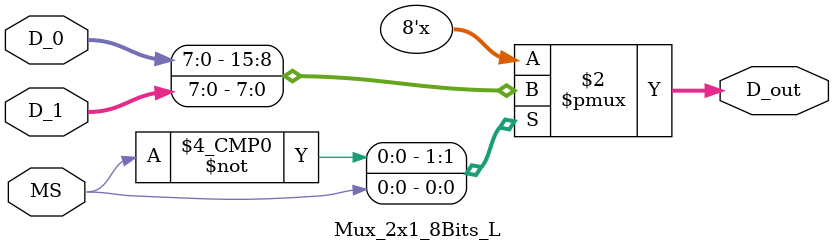
<source format=v>
`timescale 1ns / 1ps


module Mux_2x1_8Bits_L(
//Input Signals
input wire MS, // SELECTOR
input wire [7:0] D_0, //DATO DE EN LA ENTRADA 0
input wire [7:0] D_1, //DATO DE EN LA ENTRADA 1

//Output Signals
output reg [7:0] D_out //SALIDA 
);

    always @*
        begin
            case(MS)
                1'b0: D_out = D_0;
                1'b1: D_out = D_1;
                default : D_out = D_0;
            endcase
        end

endmodule

</source>
